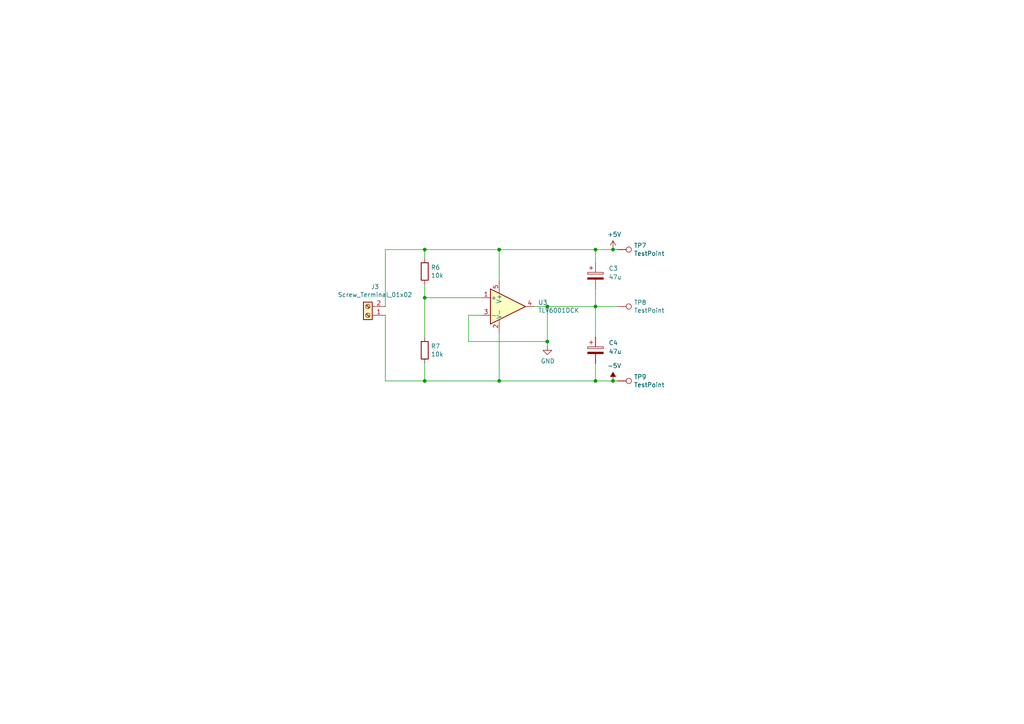
<source format=kicad_sch>
(kicad_sch (version 20231120) (generator "eeschema") (generator_version "8.0")
  (paper "A4")
  (lib_symbols
    (symbol "Amplifier_Operational:TLV6001DCK" (pin_names (offset 0.127))
      (property "Reference" "U" (at 7.62 2.54 0))
      (property "Value" "TLV6001DCK" (at 11.43 -2.54 0))
      (symbol "TLV6001DCK_0_1"
        (polyline (pts (xy -2.54 5.08) (xy -2.54 -5.08) (xy 7.62 0) (xy -2.54 5.08)) (stroke (width 0.254)) (fill (type background)))
      )
      (symbol "TLV6001DCK_1_1"
        (pin input line (at -5.08 2.54 0) (length 2.54) (name "+") (number "1"))
        (pin power_in line (at 0 -7.62 90) (length 3.81) (name "V-") (number "2"))
        (pin input line (at -5.08 -2.54 0) (length 2.54) (name "-") (number "3"))
        (pin output line (at 10.16 0 180) (length 2.54) (name "~") (number "4"))
        (pin power_in line (at 0 7.62 270) (length 3.81) (name "V+") (number "5"))
      )
    )
    (symbol "Connector:Screw_Terminal_01x02" (pin_names (offset 1.016) hide)
      (property "Reference" "J" (at 0 2.54 0))
      (property "Value" "Screw_Terminal_01x02" (at 0 -5.08 0))
      (symbol "Screw_Terminal_01x02_1_1"
        (rectangle (start -1.27 1.27) (end 1.27 -3.81) (stroke (width 0.254)) (fill (type background)))
        (circle (center 0 -2.54) (radius 0.635) (stroke (width 0.1524)))
        (polyline (pts (xy -0.5334 -2.2098) (xy 0.3302 -3.048)) (stroke (width 0.1524)))
        (polyline (pts (xy -0.5334 0.3302) (xy 0.3302 -0.508)) (stroke (width 0.1524)))
        (polyline (pts (xy -0.3556 -2.032) (xy 0.508 -2.8702)) (stroke (width 0.1524)))
        (polyline (pts (xy -0.3556 0.508) (xy 0.508 -0.3302)) (stroke (width 0.1524)))
        (circle (center 0 0) (radius 0.635) (stroke (width 0.1524)))
        (pin passive line (at -5.08 0 0) (length 3.81) (name "Pin_1") (number "1"))
        (pin passive line (at -5.08 -2.54 0) (length 3.81) (name "Pin_2") (number "2"))
      )
    )
    (symbol "Connector:TestPoint" (pin_numbers hide) (pin_names (offset 0.762) hide)
      (property "Reference" "TP" (at 0 6.858 0))
      (property "Value" "TestPoint" (at 0 5.08 0))
      (symbol "TestPoint_0_1"
        (circle (center 0 3.302) (radius 0.762))
      )
      (symbol "TestPoint_1_1"
        (pin passive line (at 0 0 90) (length 2.54) (name "1") (number "1"))
      )
    )
    (symbol "Device:C_Polarized" (pin_numbers hide) (pin_names (offset 0.254))
      (property "Reference" "C" (at 0.635 2.54 0))
      (property "Value" "C_Polarized" (at 0.635 -2.54 0))
      (symbol "C_Polarized_0_1"
        (rectangle (start -2.286 0.508) (end 2.286 1.016))
        (polyline (pts (xy -1.778 2.286) (xy -0.762 2.286)))
        (polyline (pts (xy -1.27 2.794) (xy -1.27 1.778)))
        (rectangle (start 2.286 -0.508) (end -2.286 -1.016) (fill (type outline)))
      )
      (symbol "C_Polarized_1_1"
        (pin passive line (at 0 3.81 270) (length 2.794) (name "~") (number "1"))
        (pin passive line (at 0 -3.81 90) (length 2.794) (name "~") (number "2"))
      )
    )
    (symbol "Device:R" (pin_numbers hide) (pin_names (offset 0))
      (property "Reference" "R" (at 2.032 0 90))
      (property "Value" "R" (at 0 0 90))
      (symbol "R_0_1"
        (rectangle (start -1.016 -2.54) (end 1.016 2.54) (stroke (width 0.254)))
      )
      (symbol "R_1_1"
        (pin passive line (at 0 3.81 270) (length 1.27) (name "~") (number "1"))
        (pin passive line (at 0 -3.81 90) (length 1.27) (name "~") (number "2"))
      )
    )
    (symbol "power:+5V" (power) (pin_names (offset 0))
      (property "Value" "+5V" (at 0 3.556 0))
      (symbol "+5V_0_1"
        (polyline (pts (xy -0.762 1.27) (xy 0 2.54)))
        (polyline (pts (xy 0 0) (xy 0 2.54)))
        (polyline (pts (xy 0 2.54) (xy 0.762 1.27)))
      )
      (symbol "+5V_1_1"
        (pin power_in line (at 0 0 90) (length 0) hide (name "+5V") (number "1"))
      )
    )
    (symbol "power:-5V" (power) (pin_names (offset 0))
      (property "Value" "-5V" (at 0 3.81 0))
      (symbol "-5V_0_0"
        (pin power_in line (at 0 0 90) (length 0) hide (name "-5V") (number "1"))
      )
      (symbol "-5V_0_1"
        (polyline (pts (xy 0 0) (xy 0 1.27) (xy 0.762 1.27) (xy 0 2.54) (xy -0.762 1.27) (xy 0 1.27)) (fill (type outline)))
      )
    )
    (symbol "power:GND" (power) (pin_names (offset 0))
      (property "Value" "GND" (at 0 -3.81 0))
      (symbol "GND_0_1"
        (polyline (pts (xy 0 0) (xy 0 -1.27) (xy 1.27 -1.27) (xy 0 -2.54) (xy -1.27 -1.27) (xy 0 -1.27)))
      )
      (symbol "GND_1_1"
        (pin power_in line (at 0 0 270) (length 0) hide (name "GND") (number "1"))
      )
    )
  )
  (junction (at 144.78 110.49))
  (junction (at 172.72 72.39))
  (junction (at 123.19 72.39))
  (junction (at 158.75 99.06))
  (junction (at 172.72 88.9))
  (junction (at 144.78 72.39))
  (junction (at 123.19 86.36))
  (junction (at 123.19 110.49))
  (junction (at 177.8 110.49))
  (junction (at 158.75 88.9))
  (junction (at 172.72 110.49))
  (junction (at 177.8 72.39))
  (wire (pts (xy 123.19 72.39) (xy 144.78 72.39)))
  (wire (pts (xy 111.76 72.39) (xy 111.76 88.9)))
  (wire (pts (xy 123.19 72.39) (xy 111.76 72.39)))
  (wire (pts (xy 172.72 72.39) (xy 177.8 72.39)))
  (wire (pts (xy 123.19 86.36) (xy 123.19 82.55)))
  (wire (pts (xy 123.19 105.41) (xy 123.19 110.49)))
  (wire (pts (xy 172.72 88.9) (xy 179.07 88.9)))
  (wire (pts (xy 123.19 74.93) (xy 123.19 72.39)))
  (wire (pts (xy 135.89 99.06) (xy 158.75 99.06)))
  (wire (pts (xy 172.72 110.49) (xy 177.8 110.49)))
  (wire (pts (xy 135.89 91.44) (xy 135.89 99.06)))
  (wire (pts (xy 177.8 110.49) (xy 179.07 110.49)))
  (wire (pts (xy 158.75 88.9) (xy 172.72 88.9)))
  (wire (pts (xy 158.75 88.9) (xy 158.75 99.06)))
  (wire (pts (xy 144.78 96.52) (xy 144.78 110.49)))
  (wire (pts (xy 177.8 72.39) (xy 179.07 72.39)))
  (wire (pts (xy 139.7 91.44) (xy 135.89 91.44)))
  (wire (pts (xy 111.76 91.44) (xy 111.76 110.49)))
  (wire (pts (xy 123.19 86.36) (xy 123.19 97.79)))
  (wire (pts (xy 111.76 110.49) (xy 123.19 110.49)))
  (wire (pts (xy 158.75 100.33) (xy 158.75 99.06)))
  (wire (pts (xy 123.19 86.36) (xy 139.7 86.36)))
  (wire (pts (xy 172.72 72.39) (xy 172.72 76.2)))
  (wire (pts (xy 144.78 72.39) (xy 172.72 72.39)))
  (wire (pts (xy 172.72 97.79) (xy 172.72 88.9)))
  (wire (pts (xy 154.94 88.9) (xy 158.75 88.9)))
  (wire (pts (xy 144.78 72.39) (xy 144.78 81.28)))
  (wire (pts (xy 123.19 110.49) (xy 144.78 110.49)))
  (wire (pts (xy 172.72 105.41) (xy 172.72 110.49)))
  (wire (pts (xy 144.78 110.49) (xy 172.72 110.49)))
  (wire (pts (xy 172.72 88.9) (xy 172.72 83.82)))
  (symbol (lib_id "Device:R") (at 123.19 78.74 0) (unit 1)
    (property "Reference" "R6" (at 124.968 77.5716 0) (effects (justify left)))
    (property "Value" "10k" (at 124.968 79.883 0) (effects (justify left)))
    (property "Footprint" "Resistor_SMD:R_0603_1608Metric" (effects (hide yes)))
  )
  (symbol (lib_id "Device:R") (at 123.19 101.6 0) (unit 1)
    (property "Reference" "R7" (at 124.968 100.4316 0) (effects (justify left)))
    (property "Value" "10k" (at 124.968 102.743 0) (effects (justify left)))
    (property "Footprint" "Resistor_SMD:R_0603_1608Metric" (effects (hide yes)))
  )
  (symbol (lib_id "Amplifier_Operational:TLV6001DCK") (at 144.78 88.9 0) (unit 1)
    (property "Reference" "U3" (at 156.0576 87.7316 0) (effects (justify left)))
    (property "Value" "TLV6001DCK" (at 156.0576 90.043 0) (effects (justify left)))
    (property "Footprint" "Package_TO_SOT_SMD:SOT-353_SC-70-5" (effects (hide yes)))
    (property "Datasheet" "http://www.ti.com/lit/ds/symlink/tlv6001.pdf" (effects (hide yes)))
    (property "BOM" "https://eu.mouser.com/ProductDetail/Texas-Instruments/TLV6001IDCKT?qs=sGAEpiMZZMtCHixnSjNA6DsogjI1ODGwCALif4qq3rk%3D" (effects (hide yes)))
  )
  (symbol (lib_id "Connector:TestPoint") (at 179.07 72.39 270) (unit 1)
    (property "Reference" "TP7" (at 183.8452 71.2216 90) (effects (justify left)))
    (property "Value" "TestPoint" (at 183.8452 73.533 90) (effects (justify left)))
    (property "Footprint" "TestPoint:TestPoint_Pad_3.0x3.0mm" (effects (hide yes)))
    (property "Datasheet" "https://eu.mouser.com/datasheet/2/215/Keystone_Electronics_04082019_5190TR-5199TR-1551357.pdf" (effects (hide yes)))
    (property "BOM" "https://eu.mouser.com/ProductDetail/Keystone-Electronics/5190TR?qs=sGAEpiMZZMtzcnMBgC2bs84ygu06jYzuVIMf8n14jKk%3D" (effects (hide yes)))
  )
  (symbol (lib_id "Connector:TestPoint") (at 179.07 110.49 270) (unit 1)
    (property "Reference" "TP9" (at 183.8452 109.3216 90) (effects (justify left)))
    (property "Value" "TestPoint" (at 183.8452 111.633 90) (effects (justify left)))
    (property "Footprint" "TestPoint:TestPoint_Pad_3.0x3.0mm" (effects (hide yes)))
    (property "Datasheet" "https://eu.mouser.com/datasheet/2/215/Keystone_Electronics_04082019_5190TR-5199TR-1551357.pdf" (effects (hide yes)))
    (property "BOM" "https://eu.mouser.com/ProductDetail/Keystone-Electronics/5197TR?qs=sGAEpiMZZMtzcnMBgC2bs84ygu06jYzuniTo7JD0ZPM%3D" (effects (hide yes)))
  )
  (symbol (lib_id "power:-5V") (at 177.8 110.49 0) (unit 1)
    (property "Reference" "#PWR019" (effects (hide yes)))
    (property "Value" "-5V" (at 178.181 106.0958 0))
  )
  (symbol (lib_id "Connector:Screw_Terminal_01x02") (at 106.68 91.44 180) (unit 1)
    (property "Reference" "J3" (at 108.7628 83.185 0))
    (property "Value" "Screw_Terminal_01x02" (at 108.7628 85.4964 0))
    (property "Footprint" "TerminalBlock_Phoenix:TerminalBlock_Phoenix_MKDS-1,5-2_1x02_P5.00mm_Horizontal" (effects (hide yes)))
    (property "BOM" "https://eu.mouser.com/ProductDetail/Molex/39773-0002?qs=sGAEpiMZZMvZTcaMAxB2AHpdXjUJWjdtLXxXrTFbGKtdTXrI6XNfww%3D%3D" (effects (hide yes)))
  )
  (symbol (lib_id "power:+5V") (at 177.8 72.39 0) (unit 1)
    (property "Reference" "#PWR018" (effects (hide yes)))
    (property "Value" "+5V" (at 178.181 67.9958 0))
  )
  (symbol (lib_id "Connector:TestPoint") (at 179.07 88.9 270) (unit 1)
    (property "Reference" "TP8" (at 183.8452 87.7316 90) (effects (justify left)))
    (property "Value" "TestPoint" (at 183.8452 90.043 90) (effects (justify left)))
    (property "Footprint" "TestPoint:TestPoint_Pad_3.0x3.0mm" (effects (hide yes)))
    (property "Datasheet" "https://eu.mouser.com/datasheet/2/215/Keystone_Electronics_04082019_5190TR-5199TR-1551357.pdf" (effects (hide yes)))
    (property "BOM" "https://eu.mouser.com/ProductDetail/Keystone-Electronics/5191TR?qs=sGAEpiMZZMtzcnMBgC2bs84ygu06jYzuxnC5p8Orm3U%3D" (effects (hide yes)))
  )
  (symbol (lib_id "power:GND") (at 158.75 100.33 0) (unit 1)
    (property "Reference" "#PWR017" (effects (hide yes)))
    (property "Value" "GND" (at 158.877 104.7242 0))
  )
  (symbol (lib_id "Device:C_Polarized") (at 172.72 101.6 0) (unit 1)
    (property "Reference" "C4" (at 176.53 99.4409 0) (effects (justify left)))
    (property "Value" "47u" (at 176.53 101.9809 0) (effects (justify left)))
    (property "Footprint" "Capacitor_SMD:CP_Elec_6.3x5.9" (effects (hide yes)))
    (property "Description" "Polarized capacitor" (effects (hide yes)))
  )
  (symbol (lib_id "Device:C_Polarized") (at 172.72 80.01 0) (unit 1)
    (property "Reference" "C3" (at 176.53 77.8509 0) (effects (justify left)))
    (property "Value" "47u" (at 176.53 80.3909 0) (effects (justify left)))
    (property "Footprint" "Capacitor_SMD:CP_Elec_6.3x5.9" (effects (hide yes)))
    (property "Description" "Polarized capacitor" (effects (hide yes)))
  )
)
</source>
